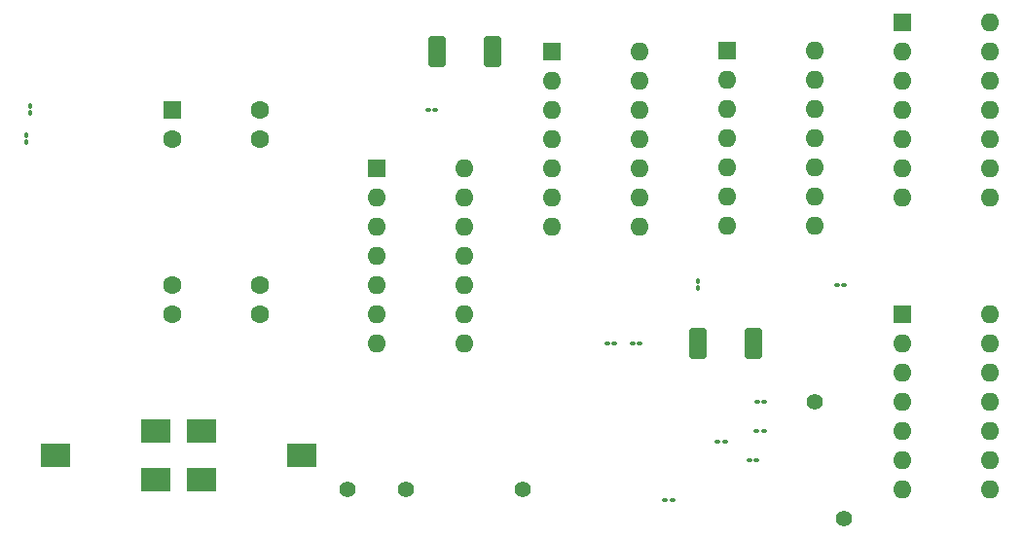
<source format=gbr>
%TF.GenerationSoftware,KiCad,Pcbnew,7.0.1*%
%TF.CreationDate,2023-04-06T21:44:55+03:00*%
%TF.ProjectId,BSPD_large,42535044-5f6c-4617-9267-652e6b696361,rev?*%
%TF.SameCoordinates,Original*%
%TF.FileFunction,Soldermask,Top*%
%TF.FilePolarity,Negative*%
%FSLAX46Y46*%
G04 Gerber Fmt 4.6, Leading zero omitted, Abs format (unit mm)*
G04 Created by KiCad (PCBNEW 7.0.1) date 2023-04-06 21:44:55*
%MOMM*%
%LPD*%
G01*
G04 APERTURE LIST*
G04 Aperture macros list*
%AMRoundRect*
0 Rectangle with rounded corners*
0 $1 Rounding radius*
0 $2 $3 $4 $5 $6 $7 $8 $9 X,Y pos of 4 corners*
0 Add a 4 corners polygon primitive as box body*
4,1,4,$2,$3,$4,$5,$6,$7,$8,$9,$2,$3,0*
0 Add four circle primitives for the rounded corners*
1,1,$1+$1,$2,$3*
1,1,$1+$1,$4,$5*
1,1,$1+$1,$6,$7*
1,1,$1+$1,$8,$9*
0 Add four rect primitives between the rounded corners*
20,1,$1+$1,$2,$3,$4,$5,0*
20,1,$1+$1,$4,$5,$6,$7,0*
20,1,$1+$1,$6,$7,$8,$9,0*
20,1,$1+$1,$8,$9,$2,$3,0*%
G04 Aperture macros list end*
%ADD10C,1.400000*%
%ADD11R,1.600000X1.600000*%
%ADD12O,1.600000X1.600000*%
%ADD13RoundRect,0.100000X-0.130000X-0.100000X0.130000X-0.100000X0.130000X0.100000X-0.130000X0.100000X0*%
%ADD14R,2.500000X2.000000*%
%ADD15RoundRect,0.100000X0.130000X0.100000X-0.130000X0.100000X-0.130000X-0.100000X0.130000X-0.100000X0*%
%ADD16C,1.600000*%
%ADD17RoundRect,0.250000X-0.500000X-1.100000X0.500000X-1.100000X0.500000X1.100000X-0.500000X1.100000X0*%
%ADD18RoundRect,0.100000X0.100000X-0.130000X0.100000X0.130000X-0.100000X0.130000X-0.100000X-0.130000X0*%
%ADD19RoundRect,0.250000X0.500000X1.100000X-0.500000X1.100000X-0.500000X-1.100000X0.500000X-1.100000X0*%
%ADD20RoundRect,0.100000X-0.100000X0.130000X-0.100000X-0.130000X0.100000X-0.130000X0.100000X0.130000X0*%
G04 APERTURE END LIST*
D10*
%TO.C,TP4*%
X114300000Y-83820000D03*
%TD*%
D11*
%TO.C,U1*%
X157480000Y-43180000D03*
D12*
X157480000Y-45720000D03*
X157480000Y-48260000D03*
X157480000Y-50800000D03*
X157480000Y-53340000D03*
X157480000Y-55880000D03*
X157480000Y-58420000D03*
X165100000Y-58420000D03*
X165100000Y-55880000D03*
X165100000Y-53340000D03*
X165100000Y-50800000D03*
X165100000Y-48260000D03*
X165100000Y-45720000D03*
X165100000Y-43180000D03*
%TD*%
D13*
%TO.C,C2*%
X131760000Y-71120000D03*
X132400000Y-71120000D03*
%TD*%
D14*
%TO.C,RV1*%
X96520000Y-83040000D03*
X105170000Y-80890000D03*
X96520000Y-78740000D03*
%TD*%
D15*
%TO.C,R14*%
X152375000Y-66040000D03*
X151735000Y-66040000D03*
%TD*%
D11*
%TO.C,U3*%
X111760000Y-55880000D03*
D12*
X111760000Y-58420000D03*
X111760000Y-60960000D03*
X111760000Y-63500000D03*
X111760000Y-66040000D03*
X111760000Y-68580000D03*
X111760000Y-71120000D03*
X119380000Y-71120000D03*
X119380000Y-68580000D03*
X119380000Y-66040000D03*
X119380000Y-63500000D03*
X119380000Y-60960000D03*
X119380000Y-58420000D03*
X119380000Y-55880000D03*
%TD*%
D15*
%TO.C,R12*%
X144780000Y-81280000D03*
X144140000Y-81280000D03*
%TD*%
D11*
%TO.C,U4*%
X127000000Y-45720000D03*
D12*
X127000000Y-48260000D03*
X127000000Y-50800000D03*
X127000000Y-53340000D03*
X127000000Y-55880000D03*
X127000000Y-58420000D03*
X127000000Y-60960000D03*
X134620000Y-60960000D03*
X134620000Y-58420000D03*
X134620000Y-55880000D03*
X134620000Y-53340000D03*
X134620000Y-50800000D03*
X134620000Y-48260000D03*
X134620000Y-45720000D03*
%TD*%
D11*
%TO.C,U2*%
X93980000Y-50800000D03*
D16*
X93980000Y-53340000D03*
X93980000Y-66040000D03*
X93980000Y-68580000D03*
X101600000Y-68580000D03*
X101600000Y-66040000D03*
X101600000Y-53340000D03*
X101600000Y-50800000D03*
%TD*%
D11*
%TO.C,U6*%
X157480000Y-68580000D03*
D12*
X157480000Y-71120000D03*
X157480000Y-73660000D03*
X157480000Y-76200000D03*
X157480000Y-78740000D03*
X157480000Y-81280000D03*
X157480000Y-83820000D03*
X165100000Y-83820000D03*
X165100000Y-81280000D03*
X165100000Y-78740000D03*
X165100000Y-76200000D03*
X165100000Y-73660000D03*
X165100000Y-71120000D03*
X165100000Y-68580000D03*
%TD*%
D15*
%TO.C,R10*%
X116815000Y-50800000D03*
X116175000Y-50800000D03*
%TD*%
D17*
%TO.C,D2*%
X116980000Y-45720000D03*
X121780000Y-45720000D03*
%TD*%
D13*
%TO.C,C1*%
X136798088Y-84810000D03*
X137438088Y-84810000D03*
%TD*%
D10*
%TO.C,TP1*%
X109220000Y-83820000D03*
%TD*%
D18*
%TO.C,R5*%
X81625000Y-51120000D03*
X81625000Y-50480000D03*
%TD*%
D15*
%TO.C,C3*%
X134595000Y-71120000D03*
X133955000Y-71120000D03*
%TD*%
D19*
%TO.C,D1*%
X144500000Y-71120000D03*
X139700000Y-71120000D03*
%TD*%
D14*
%TO.C,RV2*%
X92470000Y-78740000D03*
X83820000Y-80890000D03*
X92470000Y-83040000D03*
%TD*%
D15*
%TO.C,R11*%
X145420000Y-78740000D03*
X144780000Y-78740000D03*
%TD*%
D10*
%TO.C,TP2*%
X149860000Y-76200000D03*
%TD*%
D18*
%TO.C,R9*%
X139700000Y-66360000D03*
X139700000Y-65720000D03*
%TD*%
D10*
%TO.C,TP3*%
X124460000Y-83820000D03*
%TD*%
%TO.C,TP5*%
X152400000Y-86360000D03*
%TD*%
D20*
%TO.C,R6*%
X81280000Y-53020000D03*
X81280000Y-53660000D03*
%TD*%
D11*
%TO.C,U5*%
X142240000Y-45715000D03*
D12*
X142240000Y-48255000D03*
X142240000Y-50795000D03*
X142240000Y-53335000D03*
X142240000Y-55875000D03*
X142240000Y-58415000D03*
X142240000Y-60955000D03*
X149860000Y-60955000D03*
X149860000Y-58415000D03*
X149860000Y-55875000D03*
X149860000Y-53335000D03*
X149860000Y-50795000D03*
X149860000Y-48255000D03*
X149860000Y-45715000D03*
%TD*%
D15*
%TO.C,R8*%
X142035576Y-79730000D03*
X141395576Y-79730000D03*
%TD*%
%TO.C,R7*%
X145445000Y-76200000D03*
X144805000Y-76200000D03*
%TD*%
M02*

</source>
